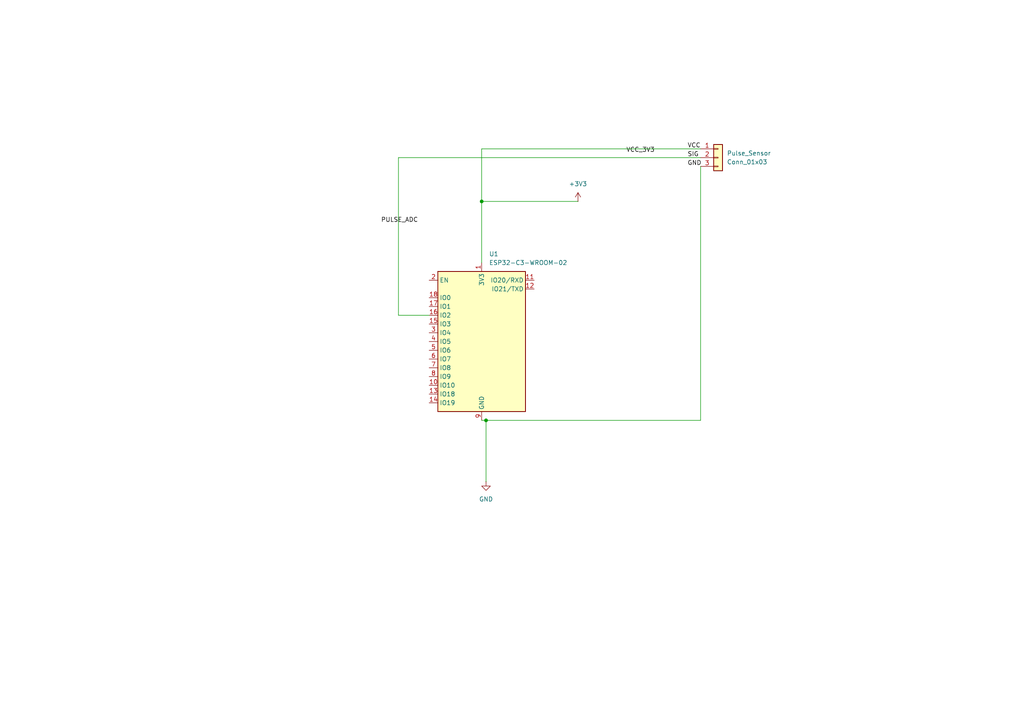
<source format=kicad_sch>
(kicad_sch (version 20250114) (generator "eeschema") (generator_version "9.0")
  (paper "A4")
  (lib_symbols
    (symbol "Connector_Generic:Conn_01x03" (pin_names (offset 1.016) (hide yes))
      (property "Reference" "J" (at 0 5.08 0))
      (property "Value" "Conn_01x03" (at 0 -5.08 0))
      (symbol "Conn_01x03_1_1"
        (rectangle (start -1.27 3.81) (end 1.27 -3.81) (stroke (width 0.254)) (fill (type background)))
        (rectangle (start -1.27 2.667) (end 0 2.413) (stroke (width 0.1524)))
        (rectangle (start -1.27 0.127) (end 0 -0.127) (stroke (width 0.1524)))
        (rectangle (start -1.27 -2.413) (end 0 -2.667) (stroke (width 0.1524)))
        (pin passive line (at -5.08 2.54 0) (length 3.81) (name "Pin_1") (number "1"))
        (pin passive line (at -5.08 0 0) (length 3.81) (name "Pin_2") (number "2"))
        (pin passive line (at -5.08 -2.54 0) (length 3.81) (name "Pin_3") (number "3"))
      )
    )
    (symbol "RF_Module:ESP32-C3-WROOM-02"
      (property "Reference" "U" (at -12.192 21.336 0))
      (property "Value" "ESP32-C3-WROOM-02" (at 12.192 21.336 0))
      (symbol "ESP32-C3-WROOM-02_1_1"
        (rectangle (start -12.7 20.32) (end 12.7 -20.32) (stroke (width 0.254)) (fill (type background)))
        (pin input line (at -15.24 17.78 0) (length 2.54) (name "EN") (number "2"))
        (pin bidirectional line (at -15.24 12.7 0) (length 2.54) (name "IO0") (number "18"))
        (pin bidirectional line (at -15.24 10.16 0) (length 2.54) (name "IO1") (number "17"))
        (pin bidirectional line (at -15.24 7.62 0) (length 2.54) (name "IO2") (number "16"))
        (pin bidirectional line (at -15.24 5.08 0) (length 2.54) (name "IO3") (number "15"))
        (pin bidirectional line (at -15.24 2.54 0) (length 2.54) (name "IO4") (number "3"))
        (pin bidirectional line (at -15.24 0 0) (length 2.54) (name "IO5") (number "4"))
        (pin bidirectional line (at -15.24 -2.54 0) (length 2.54) (name "IO6") (number "5"))
        (pin bidirectional line (at -15.24 -5.08 0) (length 2.54) (name "IO7") (number "6"))
        (pin bidirectional line (at -15.24 -7.62 0) (length 2.54) (name "IO8") (number "7"))
        (pin bidirectional line (at -15.24 -10.16 0) (length 2.54) (name "IO9") (number "8"))
        (pin bidirectional line (at -15.24 -12.7 0) (length 2.54) (name "IO10") (number "10"))
        (pin bidirectional line (at -15.24 -15.24 0) (length 2.54) (name "IO18") (number "13"))
        (pin bidirectional line (at -15.24 -17.78 0) (length 2.54) (name "IO19") (number "14"))
        (pin power_in line (at 0 22.86 270) (length 2.54) (name "3V3") (number "1"))
        (pin passive line (at 0 -22.86 90) (length 2.54) (hide yes) (name "GND") (number "19"))
        (pin power_in line (at 0 -22.86 90) (length 2.54) (name "GND") (number "9"))
        (pin bidirectional line (at 15.24 17.78 180) (length 2.54) (name "IO20/RXD") (number "11"))
        (pin bidirectional line (at 15.24 15.24 180) (length 2.54) (name "IO21/TXD") (number "12"))
      )
    )
    (symbol "power:+3V3" (power) (pin_numbers (hide yes)) (pin_names (offset 0) (hide yes))
      (property "Value" "+3V3" (at 0 3.556 0))
      (symbol "+3V3_0_1"
        (polyline (pts (xy -0.762 1.27) (xy 0 2.54)))
        (polyline (pts (xy 0 2.54) (xy 0.762 1.27)))
        (polyline (pts (xy 0 0) (xy 0 2.54)))
      )
      (symbol "+3V3_1_1"
        (pin power_in line (at 0 0 90) (length 0) (name "~") (number "1"))
      )
    )
    (symbol "power:GND" (power) (pin_numbers (hide yes)) (pin_names (offset 0) (hide yes))
      (property "Value" "GND" (at 0 -3.81 0))
      (symbol "GND_0_1"
        (polyline (pts (xy 0 0) (xy 0 -1.27) (xy 1.27 -1.27) (xy 0 -2.54) (xy -1.27 -1.27) (xy 0 -1.27)))
      )
      (symbol "GND_1_1"
        (pin power_in line (at 0 0 270) (length 0) (name "~") (number "1"))
      )
    )
  )
  (junction (at 140.97 121.92))
  (junction (at 139.7 58.42))
  (wire (pts (xy 140.97 139.7) (xy 140.97 121.92)))
  (wire (pts (xy 115.57 91.44) (xy 124.46 91.44)))
  (wire (pts (xy 139.7 43.18) (xy 139.7 58.42)))
  (wire (pts (xy 167.64 58.42) (xy 139.7 58.42)))
  (wire (pts (xy 203.2 45.72) (xy 115.57 45.72)))
  (wire (pts (xy 140.97 121.92) (xy 203.2 121.92)))
  (wire (pts (xy 203.2 43.18) (xy 139.7 43.18)))
  (wire (pts (xy 139.7 58.42) (xy 139.7 76.2)))
  (wire (pts (xy 203.2 48.26) (xy 203.2 121.92)))
  (wire (pts (xy 115.57 45.72) (xy 115.57 91.44)))
  (wire (pts (xy 139.7 121.92) (xy 140.97 121.92)))
  (label "PULSE_ADC" (at 110.49 64.77 0))
  (label "SIG" (at 199.39 45.72 0))
  (label "VCC_3V3" (at 181.61 44.45 0))
  (label "GND" (at 199.39 48.26 0))
  (label "VCC" (at 199.39 43.18 0))
  (symbol (lib_id "power:+3V3") (at 167.64 58.42 0) (unit 1)
    (property "Reference" "#PWR02" (effects (hide yes)))
    (property "Value" "+3V3" (at 167.64 53.34 0))
    (property "Description" "Power symbol creates a global label with name \"+3V3\"" (effects (hide yes)))
  )
  (symbol (lib_id "Connector_Generic:Conn_01x03") (at 208.28 45.72 0) (unit 1)
    (property "Reference" "Pulse_Sensor" (at 210.82 44.4499 0) (effects (justify left)))
    (property "Value" "Conn_01x03" (at 210.82 46.9899 0) (effects (justify left)))
    (property "Description" "Generic connector, single row, 01x03, script generated (kicad-library-utils/schlib/autogen/connector/)" (effects (hide yes)))
  )
  (symbol (lib_id "RF_Module:ESP32-C3-WROOM-02") (at 139.7 99.06 0) (unit 1)
    (property "Reference" "U1" (at 141.8433 73.66 0) (effects (justify left)))
    (property "Value" "ESP32-C3-WROOM-02" (at 141.8433 76.2 0) (effects (justify left)))
    (property "Footprint" "RF_Module:ESP32-C3-WROOM-02" (effects (hide yes)))
    (property "Datasheet" "https://www.espressif.com/sites/default/files/documentation/esp32-c3-wroom-02_datasheet_en.pdf" (effects (hide yes)))
    (property "Description" "802.11 b/g/n Wi­Fi and Bluetooth 5 module, ESP32­C3 SoC, RISC­V microprocessor, On-board antenna" (effects (hide yes)))
  )
  (symbol (lib_id "power:GND") (at 140.97 139.7 0) (unit 1)
    (property "Reference" "#PWR01" (effects (hide yes)))
    (property "Value" "GND" (at 140.97 144.78 0))
    (property "Description" "Power symbol creates a global label with name \"GND\" , ground" (effects (hide yes)))
  )
)
</source>
